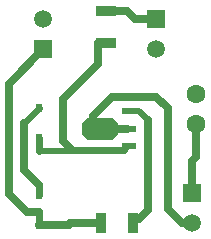
<source format=gbr>
G04 Layer_Physical_Order=1*
G04 Layer_Color=255*
%FSLAX26Y26*%
%MOIN*%
%TF.FileFunction,Copper,L1,Top,Signal*%
%TF.Part,Single*%
G01*
G75*
%TA.AperFunction,SMDPad,CuDef*%
%ADD10R,0.023622X0.031496*%
%ADD11R,0.037402X0.066929*%
%ADD12R,0.047244X0.019685*%
%ADD13R,0.062992X0.019685*%
G04:AMPARAMS|DCode=14|XSize=70.866mil|YSize=118.11mil|CornerRadius=0mil|HoleSize=0mil|Usage=FLASHONLY|Rotation=270.000|XOffset=0mil|YOffset=0mil|HoleType=Round|Shape=Octagon|*
%AMOCTAGOND14*
4,1,8,0.059055,0.017716,0.059055,-0.017716,0.041339,-0.035433,-0.041339,-0.035433,-0.059055,-0.017716,-0.059055,0.017716,-0.041339,0.035433,0.041339,0.035433,0.059055,0.017716,0.0*
%
%ADD14OCTAGOND14*%

%TA.AperFunction,ConnectorPad*%
%ADD15R,0.066929X0.037402*%
%TA.AperFunction,Conductor*%
%ADD16C,0.025000*%
%ADD17C,0.023622*%
%ADD18C,0.019685*%
%TA.AperFunction,ComponentPad*%
%ADD19C,0.059055*%
%ADD20R,0.059055X0.059055*%
%ADD21C,0.062992*%
D10*
X1190000Y1219212D02*
D03*
Y1120788D02*
D03*
Y1410788D02*
D03*
Y1509212D02*
D03*
D11*
X1396850Y1125000D02*
D03*
X1503150D02*
D03*
D12*
X1491930Y1380944D02*
D03*
Y1499056D02*
D03*
D13*
X1484056Y1440000D02*
D03*
D14*
X1393504D02*
D03*
D15*
X1415000Y1726850D02*
D03*
Y1833150D02*
D03*
D16*
X1393504Y1440000D02*
X1484056D01*
X1190000Y1120788D02*
X1291000D01*
X1295212Y1125000D01*
X1396850D01*
X1415000Y1833150D02*
X1483000D01*
X1511150Y1805000D01*
X1580000D01*
X1700000Y1225000D02*
Y1332000D01*
X1715000Y1347000D01*
Y1455000D01*
X1140000Y1303000D02*
Y1459000D01*
Y1303000D02*
X1190000Y1253000D01*
X1270000Y1399000D02*
X1300000Y1369000D01*
X1270000Y1399000D02*
Y1539000D01*
X1388000Y1657000D01*
Y1726850D02*
X1415000D01*
X1554000Y1169000D02*
Y1470056D01*
X1525000Y1140000D02*
X1554000Y1169000D01*
X1503150Y1125000D02*
Y1140000D01*
X1668000Y1125000D02*
X1700000D01*
X1620000Y1173000D02*
X1668000Y1125000D01*
X1620000Y1173000D02*
Y1508000D01*
X1581000Y1547000D02*
X1620000Y1508000D01*
X1434000Y1547000D02*
X1581000D01*
X1370000Y1483000D02*
X1434000Y1547000D01*
X1370000Y1440000D02*
X1393504D01*
X1090000Y1590000D02*
X1205000Y1705000D01*
X1090000Y1222000D02*
Y1590000D01*
Y1222000D02*
X1150000Y1162000D01*
X1190000D01*
X1370000Y1440000D02*
Y1483000D01*
X1503150Y1140000D02*
X1525000D01*
X1388000Y1657000D02*
Y1726850D01*
D17*
X1190000Y1509000D02*
Y1509212D01*
X1140000Y1459000D02*
X1190000Y1509000D01*
Y1219212D02*
Y1253000D01*
Y1367000D02*
Y1410788D01*
Y1120788D02*
Y1162000D01*
D18*
Y1367000D02*
X1479000D01*
X1487000Y1380944D02*
X1491930D01*
X1300000Y1369000D02*
X1475056D01*
X1491930Y1499056D02*
X1525000D01*
X1554000Y1470056D01*
X1475056Y1369000D02*
X1479000Y1372944D01*
X1487000Y1380944D01*
X1479000Y1367000D02*
Y1372944D01*
Y1380944D01*
X1487000D01*
D19*
X1205000Y1805000D02*
D03*
X1700000Y1125000D02*
D03*
X1580000Y1705000D02*
D03*
D20*
X1205000D02*
D03*
X1700000Y1225000D02*
D03*
X1580000Y1805000D02*
D03*
D21*
X1715000Y1455000D02*
D03*
Y1555000D02*
D03*
%TF.MD5,8DCE7FF62AE8ADB486024ABA831CC470*%
M02*

</source>
